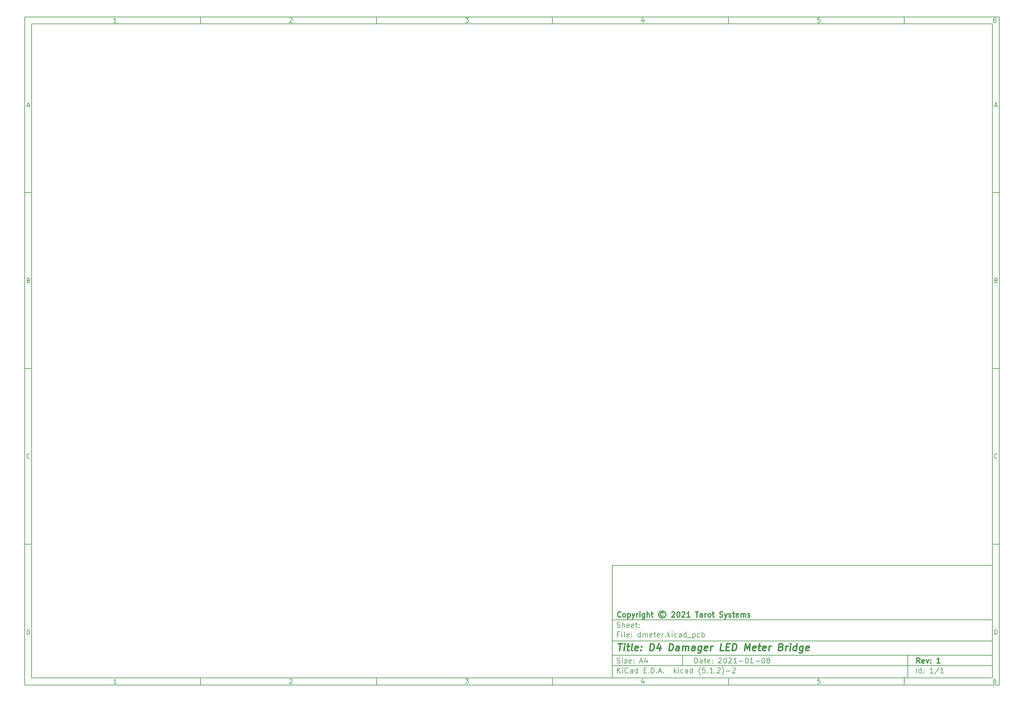
<source format=gbr>
G04 #@! TF.GenerationSoftware,KiCad,Pcbnew,(5.1.2)-2*
G04 #@! TF.CreationDate,2021-01-08T22:33:22+00:00*
G04 #@! TF.ProjectId,dmeter,646d6574-6572-42e6-9b69-6361645f7063,1*
G04 #@! TF.SameCoordinates,PX365c040PY7fcad80*
G04 #@! TF.FileFunction,Legend,Bot*
G04 #@! TF.FilePolarity,Positive*
%FSLAX46Y46*%
G04 Gerber Fmt 4.6, Leading zero omitted, Abs format (unit mm)*
G04 Created by KiCad (PCBNEW (5.1.2)-2) date 2021-01-08 22:33:22*
%MOMM*%
%LPD*%
G04 APERTURE LIST*
%ADD10C,0.100000*%
%ADD11C,0.150000*%
%ADD12C,0.300000*%
%ADD13C,0.400000*%
%ADD14C,1.542000*%
%ADD15C,1.702000*%
%ADD16O,1.702000X1.702000*%
%ADD17C,3.302000*%
%ADD18R,1.702000X2.502000*%
%ADD19O,1.702000X2.502000*%
%ADD20R,2.502000X1.702000*%
%ADD21O,2.502000X1.702000*%
%ADD22O,1.002000X1.602000*%
%ADD23R,1.002000X1.602000*%
%ADD24R,1.852000X1.852000*%
%ADD25C,1.852000*%
%ADD26R,1.902000X1.902000*%
%ADD27C,1.902000*%
%ADD28R,1.702000X1.702000*%
G04 APERTURE END LIST*
D10*
D11*
X120002200Y-32007200D02*
X120002200Y-64007200D01*
X228002200Y-64007200D01*
X228002200Y-32007200D01*
X120002200Y-32007200D01*
D10*
D11*
X-47000000Y124000000D02*
X-47000000Y-66007200D01*
X230002200Y-66007200D01*
X230002200Y124000000D01*
X-47000000Y124000000D01*
D10*
D11*
X-45000000Y122000000D02*
X-45000000Y-64007200D01*
X228002200Y-64007200D01*
X228002200Y122000000D01*
X-45000000Y122000000D01*
D10*
D11*
X3000000Y122000000D02*
X3000000Y124000000D01*
D10*
D11*
X53000000Y122000000D02*
X53000000Y124000000D01*
D10*
D11*
X103000000Y122000000D02*
X103000000Y124000000D01*
D10*
D11*
X153000000Y122000000D02*
X153000000Y124000000D01*
D10*
D11*
X203000000Y122000000D02*
X203000000Y124000000D01*
D10*
D11*
X-20934524Y122411905D02*
X-21677381Y122411905D01*
X-21305953Y122411905D02*
X-21305953Y123711905D01*
X-21429762Y123526191D01*
X-21553572Y123402381D01*
X-21677381Y123340477D01*
D10*
D11*
X28322619Y123588096D02*
X28384523Y123650000D01*
X28508333Y123711905D01*
X28817857Y123711905D01*
X28941666Y123650000D01*
X29003571Y123588096D01*
X29065476Y123464286D01*
X29065476Y123340477D01*
X29003571Y123154762D01*
X28260714Y122411905D01*
X29065476Y122411905D01*
D10*
D11*
X78260714Y123711905D02*
X79065476Y123711905D01*
X78632142Y123216667D01*
X78817857Y123216667D01*
X78941666Y123154762D01*
X79003571Y123092858D01*
X79065476Y122969048D01*
X79065476Y122659524D01*
X79003571Y122535715D01*
X78941666Y122473810D01*
X78817857Y122411905D01*
X78446428Y122411905D01*
X78322619Y122473810D01*
X78260714Y122535715D01*
D10*
D11*
X128941666Y123278572D02*
X128941666Y122411905D01*
X128632142Y123773810D02*
X128322619Y122845239D01*
X129127380Y122845239D01*
D10*
D11*
X179003571Y123711905D02*
X178384523Y123711905D01*
X178322619Y123092858D01*
X178384523Y123154762D01*
X178508333Y123216667D01*
X178817857Y123216667D01*
X178941666Y123154762D01*
X179003571Y123092858D01*
X179065476Y122969048D01*
X179065476Y122659524D01*
X179003571Y122535715D01*
X178941666Y122473810D01*
X178817857Y122411905D01*
X178508333Y122411905D01*
X178384523Y122473810D01*
X178322619Y122535715D01*
D10*
D11*
X228941666Y123711905D02*
X228694047Y123711905D01*
X228570238Y123650000D01*
X228508333Y123588096D01*
X228384523Y123402381D01*
X228322619Y123154762D01*
X228322619Y122659524D01*
X228384523Y122535715D01*
X228446428Y122473810D01*
X228570238Y122411905D01*
X228817857Y122411905D01*
X228941666Y122473810D01*
X229003571Y122535715D01*
X229065476Y122659524D01*
X229065476Y122969048D01*
X229003571Y123092858D01*
X228941666Y123154762D01*
X228817857Y123216667D01*
X228570238Y123216667D01*
X228446428Y123154762D01*
X228384523Y123092858D01*
X228322619Y122969048D01*
D10*
D11*
X3000000Y-64007200D02*
X3000000Y-66007200D01*
D10*
D11*
X53000000Y-64007200D02*
X53000000Y-66007200D01*
D10*
D11*
X103000000Y-64007200D02*
X103000000Y-66007200D01*
D10*
D11*
X153000000Y-64007200D02*
X153000000Y-66007200D01*
D10*
D11*
X203000000Y-64007200D02*
X203000000Y-66007200D01*
D10*
D11*
X-20934524Y-65595295D02*
X-21677381Y-65595295D01*
X-21305953Y-65595295D02*
X-21305953Y-64295295D01*
X-21429762Y-64481009D01*
X-21553572Y-64604819D01*
X-21677381Y-64666723D01*
D10*
D11*
X28322619Y-64419104D02*
X28384523Y-64357200D01*
X28508333Y-64295295D01*
X28817857Y-64295295D01*
X28941666Y-64357200D01*
X29003571Y-64419104D01*
X29065476Y-64542914D01*
X29065476Y-64666723D01*
X29003571Y-64852438D01*
X28260714Y-65595295D01*
X29065476Y-65595295D01*
D10*
D11*
X78260714Y-64295295D02*
X79065476Y-64295295D01*
X78632142Y-64790533D01*
X78817857Y-64790533D01*
X78941666Y-64852438D01*
X79003571Y-64914342D01*
X79065476Y-65038152D01*
X79065476Y-65347676D01*
X79003571Y-65471485D01*
X78941666Y-65533390D01*
X78817857Y-65595295D01*
X78446428Y-65595295D01*
X78322619Y-65533390D01*
X78260714Y-65471485D01*
D10*
D11*
X128941666Y-64728628D02*
X128941666Y-65595295D01*
X128632142Y-64233390D02*
X128322619Y-65161961D01*
X129127380Y-65161961D01*
D10*
D11*
X179003571Y-64295295D02*
X178384523Y-64295295D01*
X178322619Y-64914342D01*
X178384523Y-64852438D01*
X178508333Y-64790533D01*
X178817857Y-64790533D01*
X178941666Y-64852438D01*
X179003571Y-64914342D01*
X179065476Y-65038152D01*
X179065476Y-65347676D01*
X179003571Y-65471485D01*
X178941666Y-65533390D01*
X178817857Y-65595295D01*
X178508333Y-65595295D01*
X178384523Y-65533390D01*
X178322619Y-65471485D01*
D10*
D11*
X228941666Y-64295295D02*
X228694047Y-64295295D01*
X228570238Y-64357200D01*
X228508333Y-64419104D01*
X228384523Y-64604819D01*
X228322619Y-64852438D01*
X228322619Y-65347676D01*
X228384523Y-65471485D01*
X228446428Y-65533390D01*
X228570238Y-65595295D01*
X228817857Y-65595295D01*
X228941666Y-65533390D01*
X229003571Y-65471485D01*
X229065476Y-65347676D01*
X229065476Y-65038152D01*
X229003571Y-64914342D01*
X228941666Y-64852438D01*
X228817857Y-64790533D01*
X228570238Y-64790533D01*
X228446428Y-64852438D01*
X228384523Y-64914342D01*
X228322619Y-65038152D01*
D10*
D11*
X-47000000Y74000000D02*
X-45000000Y74000000D01*
D10*
D11*
X-47000000Y24000000D02*
X-45000000Y24000000D01*
D10*
D11*
X-47000000Y-26000000D02*
X-45000000Y-26000000D01*
D10*
D11*
X-46309524Y98783334D02*
X-45690477Y98783334D01*
X-46433334Y98411905D02*
X-46000000Y99711905D01*
X-45566667Y98411905D01*
D10*
D11*
X-45907143Y49092858D02*
X-45721429Y49030953D01*
X-45659524Y48969048D01*
X-45597620Y48845239D01*
X-45597620Y48659524D01*
X-45659524Y48535715D01*
X-45721429Y48473810D01*
X-45845239Y48411905D01*
X-46340477Y48411905D01*
X-46340477Y49711905D01*
X-45907143Y49711905D01*
X-45783334Y49650000D01*
X-45721429Y49588096D01*
X-45659524Y49464286D01*
X-45659524Y49340477D01*
X-45721429Y49216667D01*
X-45783334Y49154762D01*
X-45907143Y49092858D01*
X-46340477Y49092858D01*
D10*
D11*
X-45597620Y-1464285D02*
X-45659524Y-1526190D01*
X-45845239Y-1588095D01*
X-45969048Y-1588095D01*
X-46154762Y-1526190D01*
X-46278572Y-1402380D01*
X-46340477Y-1278571D01*
X-46402381Y-1030952D01*
X-46402381Y-845238D01*
X-46340477Y-597619D01*
X-46278572Y-473809D01*
X-46154762Y-350000D01*
X-45969048Y-288095D01*
X-45845239Y-288095D01*
X-45659524Y-350000D01*
X-45597620Y-411904D01*
D10*
D11*
X-46340477Y-51588095D02*
X-46340477Y-50288095D01*
X-46030953Y-50288095D01*
X-45845239Y-50350000D01*
X-45721429Y-50473809D01*
X-45659524Y-50597619D01*
X-45597620Y-50845238D01*
X-45597620Y-51030952D01*
X-45659524Y-51278571D01*
X-45721429Y-51402380D01*
X-45845239Y-51526190D01*
X-46030953Y-51588095D01*
X-46340477Y-51588095D01*
D10*
D11*
X230002200Y74000000D02*
X228002200Y74000000D01*
D10*
D11*
X230002200Y24000000D02*
X228002200Y24000000D01*
D10*
D11*
X230002200Y-26000000D02*
X228002200Y-26000000D01*
D10*
D11*
X228692676Y98783334D02*
X229311723Y98783334D01*
X228568866Y98411905D02*
X229002200Y99711905D01*
X229435533Y98411905D01*
D10*
D11*
X229095057Y49092858D02*
X229280771Y49030953D01*
X229342676Y48969048D01*
X229404580Y48845239D01*
X229404580Y48659524D01*
X229342676Y48535715D01*
X229280771Y48473810D01*
X229156961Y48411905D01*
X228661723Y48411905D01*
X228661723Y49711905D01*
X229095057Y49711905D01*
X229218866Y49650000D01*
X229280771Y49588096D01*
X229342676Y49464286D01*
X229342676Y49340477D01*
X229280771Y49216667D01*
X229218866Y49154762D01*
X229095057Y49092858D01*
X228661723Y49092858D01*
D10*
D11*
X229404580Y-1464285D02*
X229342676Y-1526190D01*
X229156961Y-1588095D01*
X229033152Y-1588095D01*
X228847438Y-1526190D01*
X228723628Y-1402380D01*
X228661723Y-1278571D01*
X228599819Y-1030952D01*
X228599819Y-845238D01*
X228661723Y-597619D01*
X228723628Y-473809D01*
X228847438Y-350000D01*
X229033152Y-288095D01*
X229156961Y-288095D01*
X229342676Y-350000D01*
X229404580Y-411904D01*
D10*
D11*
X228661723Y-51588095D02*
X228661723Y-50288095D01*
X228971247Y-50288095D01*
X229156961Y-50350000D01*
X229280771Y-50473809D01*
X229342676Y-50597619D01*
X229404580Y-50845238D01*
X229404580Y-51030952D01*
X229342676Y-51278571D01*
X229280771Y-51402380D01*
X229156961Y-51526190D01*
X228971247Y-51588095D01*
X228661723Y-51588095D01*
D10*
D11*
X143434342Y-59785771D02*
X143434342Y-58285771D01*
X143791485Y-58285771D01*
X144005771Y-58357200D01*
X144148628Y-58500057D01*
X144220057Y-58642914D01*
X144291485Y-58928628D01*
X144291485Y-59142914D01*
X144220057Y-59428628D01*
X144148628Y-59571485D01*
X144005771Y-59714342D01*
X143791485Y-59785771D01*
X143434342Y-59785771D01*
X145577200Y-59785771D02*
X145577200Y-59000057D01*
X145505771Y-58857200D01*
X145362914Y-58785771D01*
X145077200Y-58785771D01*
X144934342Y-58857200D01*
X145577200Y-59714342D02*
X145434342Y-59785771D01*
X145077200Y-59785771D01*
X144934342Y-59714342D01*
X144862914Y-59571485D01*
X144862914Y-59428628D01*
X144934342Y-59285771D01*
X145077200Y-59214342D01*
X145434342Y-59214342D01*
X145577200Y-59142914D01*
X146077200Y-58785771D02*
X146648628Y-58785771D01*
X146291485Y-58285771D02*
X146291485Y-59571485D01*
X146362914Y-59714342D01*
X146505771Y-59785771D01*
X146648628Y-59785771D01*
X147720057Y-59714342D02*
X147577200Y-59785771D01*
X147291485Y-59785771D01*
X147148628Y-59714342D01*
X147077200Y-59571485D01*
X147077200Y-59000057D01*
X147148628Y-58857200D01*
X147291485Y-58785771D01*
X147577200Y-58785771D01*
X147720057Y-58857200D01*
X147791485Y-59000057D01*
X147791485Y-59142914D01*
X147077200Y-59285771D01*
X148434342Y-59642914D02*
X148505771Y-59714342D01*
X148434342Y-59785771D01*
X148362914Y-59714342D01*
X148434342Y-59642914D01*
X148434342Y-59785771D01*
X148434342Y-58857200D02*
X148505771Y-58928628D01*
X148434342Y-59000057D01*
X148362914Y-58928628D01*
X148434342Y-58857200D01*
X148434342Y-59000057D01*
X150220057Y-58428628D02*
X150291485Y-58357200D01*
X150434342Y-58285771D01*
X150791485Y-58285771D01*
X150934342Y-58357200D01*
X151005771Y-58428628D01*
X151077200Y-58571485D01*
X151077200Y-58714342D01*
X151005771Y-58928628D01*
X150148628Y-59785771D01*
X151077200Y-59785771D01*
X152005771Y-58285771D02*
X152148628Y-58285771D01*
X152291485Y-58357200D01*
X152362914Y-58428628D01*
X152434342Y-58571485D01*
X152505771Y-58857200D01*
X152505771Y-59214342D01*
X152434342Y-59500057D01*
X152362914Y-59642914D01*
X152291485Y-59714342D01*
X152148628Y-59785771D01*
X152005771Y-59785771D01*
X151862914Y-59714342D01*
X151791485Y-59642914D01*
X151720057Y-59500057D01*
X151648628Y-59214342D01*
X151648628Y-58857200D01*
X151720057Y-58571485D01*
X151791485Y-58428628D01*
X151862914Y-58357200D01*
X152005771Y-58285771D01*
X153077200Y-58428628D02*
X153148628Y-58357200D01*
X153291485Y-58285771D01*
X153648628Y-58285771D01*
X153791485Y-58357200D01*
X153862914Y-58428628D01*
X153934342Y-58571485D01*
X153934342Y-58714342D01*
X153862914Y-58928628D01*
X153005771Y-59785771D01*
X153934342Y-59785771D01*
X155362914Y-59785771D02*
X154505771Y-59785771D01*
X154934342Y-59785771D02*
X154934342Y-58285771D01*
X154791485Y-58500057D01*
X154648628Y-58642914D01*
X154505771Y-58714342D01*
X156005771Y-59214342D02*
X157148628Y-59214342D01*
X158148628Y-58285771D02*
X158291485Y-58285771D01*
X158434342Y-58357200D01*
X158505771Y-58428628D01*
X158577200Y-58571485D01*
X158648628Y-58857200D01*
X158648628Y-59214342D01*
X158577200Y-59500057D01*
X158505771Y-59642914D01*
X158434342Y-59714342D01*
X158291485Y-59785771D01*
X158148628Y-59785771D01*
X158005771Y-59714342D01*
X157934342Y-59642914D01*
X157862914Y-59500057D01*
X157791485Y-59214342D01*
X157791485Y-58857200D01*
X157862914Y-58571485D01*
X157934342Y-58428628D01*
X158005771Y-58357200D01*
X158148628Y-58285771D01*
X160077200Y-59785771D02*
X159220057Y-59785771D01*
X159648628Y-59785771D02*
X159648628Y-58285771D01*
X159505771Y-58500057D01*
X159362914Y-58642914D01*
X159220057Y-58714342D01*
X160720057Y-59214342D02*
X161862914Y-59214342D01*
X162862914Y-58285771D02*
X163005771Y-58285771D01*
X163148628Y-58357200D01*
X163220057Y-58428628D01*
X163291485Y-58571485D01*
X163362914Y-58857200D01*
X163362914Y-59214342D01*
X163291485Y-59500057D01*
X163220057Y-59642914D01*
X163148628Y-59714342D01*
X163005771Y-59785771D01*
X162862914Y-59785771D01*
X162720057Y-59714342D01*
X162648628Y-59642914D01*
X162577200Y-59500057D01*
X162505771Y-59214342D01*
X162505771Y-58857200D01*
X162577200Y-58571485D01*
X162648628Y-58428628D01*
X162720057Y-58357200D01*
X162862914Y-58285771D01*
X164220057Y-58928628D02*
X164077200Y-58857200D01*
X164005771Y-58785771D01*
X163934342Y-58642914D01*
X163934342Y-58571485D01*
X164005771Y-58428628D01*
X164077200Y-58357200D01*
X164220057Y-58285771D01*
X164505771Y-58285771D01*
X164648628Y-58357200D01*
X164720057Y-58428628D01*
X164791485Y-58571485D01*
X164791485Y-58642914D01*
X164720057Y-58785771D01*
X164648628Y-58857200D01*
X164505771Y-58928628D01*
X164220057Y-58928628D01*
X164077200Y-59000057D01*
X164005771Y-59071485D01*
X163934342Y-59214342D01*
X163934342Y-59500057D01*
X164005771Y-59642914D01*
X164077200Y-59714342D01*
X164220057Y-59785771D01*
X164505771Y-59785771D01*
X164648628Y-59714342D01*
X164720057Y-59642914D01*
X164791485Y-59500057D01*
X164791485Y-59214342D01*
X164720057Y-59071485D01*
X164648628Y-59000057D01*
X164505771Y-58928628D01*
D10*
D11*
X120002200Y-60507200D02*
X228002200Y-60507200D01*
D10*
D11*
X121434342Y-62585771D02*
X121434342Y-61085771D01*
X122291485Y-62585771D02*
X121648628Y-61728628D01*
X122291485Y-61085771D02*
X121434342Y-61942914D01*
X122934342Y-62585771D02*
X122934342Y-61585771D01*
X122934342Y-61085771D02*
X122862914Y-61157200D01*
X122934342Y-61228628D01*
X123005771Y-61157200D01*
X122934342Y-61085771D01*
X122934342Y-61228628D01*
X124505771Y-62442914D02*
X124434342Y-62514342D01*
X124220057Y-62585771D01*
X124077200Y-62585771D01*
X123862914Y-62514342D01*
X123720057Y-62371485D01*
X123648628Y-62228628D01*
X123577200Y-61942914D01*
X123577200Y-61728628D01*
X123648628Y-61442914D01*
X123720057Y-61300057D01*
X123862914Y-61157200D01*
X124077200Y-61085771D01*
X124220057Y-61085771D01*
X124434342Y-61157200D01*
X124505771Y-61228628D01*
X125791485Y-62585771D02*
X125791485Y-61800057D01*
X125720057Y-61657200D01*
X125577200Y-61585771D01*
X125291485Y-61585771D01*
X125148628Y-61657200D01*
X125791485Y-62514342D02*
X125648628Y-62585771D01*
X125291485Y-62585771D01*
X125148628Y-62514342D01*
X125077200Y-62371485D01*
X125077200Y-62228628D01*
X125148628Y-62085771D01*
X125291485Y-62014342D01*
X125648628Y-62014342D01*
X125791485Y-61942914D01*
X127148628Y-62585771D02*
X127148628Y-61085771D01*
X127148628Y-62514342D02*
X127005771Y-62585771D01*
X126720057Y-62585771D01*
X126577200Y-62514342D01*
X126505771Y-62442914D01*
X126434342Y-62300057D01*
X126434342Y-61871485D01*
X126505771Y-61728628D01*
X126577200Y-61657200D01*
X126720057Y-61585771D01*
X127005771Y-61585771D01*
X127148628Y-61657200D01*
X129005771Y-61800057D02*
X129505771Y-61800057D01*
X129720057Y-62585771D02*
X129005771Y-62585771D01*
X129005771Y-61085771D01*
X129720057Y-61085771D01*
X130362914Y-62442914D02*
X130434342Y-62514342D01*
X130362914Y-62585771D01*
X130291485Y-62514342D01*
X130362914Y-62442914D01*
X130362914Y-62585771D01*
X131077200Y-62585771D02*
X131077200Y-61085771D01*
X131434342Y-61085771D01*
X131648628Y-61157200D01*
X131791485Y-61300057D01*
X131862914Y-61442914D01*
X131934342Y-61728628D01*
X131934342Y-61942914D01*
X131862914Y-62228628D01*
X131791485Y-62371485D01*
X131648628Y-62514342D01*
X131434342Y-62585771D01*
X131077200Y-62585771D01*
X132577200Y-62442914D02*
X132648628Y-62514342D01*
X132577200Y-62585771D01*
X132505771Y-62514342D01*
X132577200Y-62442914D01*
X132577200Y-62585771D01*
X133220057Y-62157200D02*
X133934342Y-62157200D01*
X133077200Y-62585771D02*
X133577200Y-61085771D01*
X134077200Y-62585771D01*
X134577200Y-62442914D02*
X134648628Y-62514342D01*
X134577200Y-62585771D01*
X134505771Y-62514342D01*
X134577200Y-62442914D01*
X134577200Y-62585771D01*
X137577200Y-62585771D02*
X137577200Y-61085771D01*
X137720057Y-62014342D02*
X138148628Y-62585771D01*
X138148628Y-61585771D02*
X137577200Y-62157200D01*
X138791485Y-62585771D02*
X138791485Y-61585771D01*
X138791485Y-61085771D02*
X138720057Y-61157200D01*
X138791485Y-61228628D01*
X138862914Y-61157200D01*
X138791485Y-61085771D01*
X138791485Y-61228628D01*
X140148628Y-62514342D02*
X140005771Y-62585771D01*
X139720057Y-62585771D01*
X139577200Y-62514342D01*
X139505771Y-62442914D01*
X139434342Y-62300057D01*
X139434342Y-61871485D01*
X139505771Y-61728628D01*
X139577200Y-61657200D01*
X139720057Y-61585771D01*
X140005771Y-61585771D01*
X140148628Y-61657200D01*
X141434342Y-62585771D02*
X141434342Y-61800057D01*
X141362914Y-61657200D01*
X141220057Y-61585771D01*
X140934342Y-61585771D01*
X140791485Y-61657200D01*
X141434342Y-62514342D02*
X141291485Y-62585771D01*
X140934342Y-62585771D01*
X140791485Y-62514342D01*
X140720057Y-62371485D01*
X140720057Y-62228628D01*
X140791485Y-62085771D01*
X140934342Y-62014342D01*
X141291485Y-62014342D01*
X141434342Y-61942914D01*
X142791485Y-62585771D02*
X142791485Y-61085771D01*
X142791485Y-62514342D02*
X142648628Y-62585771D01*
X142362914Y-62585771D01*
X142220057Y-62514342D01*
X142148628Y-62442914D01*
X142077200Y-62300057D01*
X142077200Y-61871485D01*
X142148628Y-61728628D01*
X142220057Y-61657200D01*
X142362914Y-61585771D01*
X142648628Y-61585771D01*
X142791485Y-61657200D01*
X145077200Y-63157200D02*
X145005771Y-63085771D01*
X144862914Y-62871485D01*
X144791485Y-62728628D01*
X144720057Y-62514342D01*
X144648628Y-62157200D01*
X144648628Y-61871485D01*
X144720057Y-61514342D01*
X144791485Y-61300057D01*
X144862914Y-61157200D01*
X145005771Y-60942914D01*
X145077200Y-60871485D01*
X146362914Y-61085771D02*
X145648628Y-61085771D01*
X145577200Y-61800057D01*
X145648628Y-61728628D01*
X145791485Y-61657200D01*
X146148628Y-61657200D01*
X146291485Y-61728628D01*
X146362914Y-61800057D01*
X146434342Y-61942914D01*
X146434342Y-62300057D01*
X146362914Y-62442914D01*
X146291485Y-62514342D01*
X146148628Y-62585771D01*
X145791485Y-62585771D01*
X145648628Y-62514342D01*
X145577200Y-62442914D01*
X147077200Y-62442914D02*
X147148628Y-62514342D01*
X147077200Y-62585771D01*
X147005771Y-62514342D01*
X147077200Y-62442914D01*
X147077200Y-62585771D01*
X148577200Y-62585771D02*
X147720057Y-62585771D01*
X148148628Y-62585771D02*
X148148628Y-61085771D01*
X148005771Y-61300057D01*
X147862914Y-61442914D01*
X147720057Y-61514342D01*
X149220057Y-62442914D02*
X149291485Y-62514342D01*
X149220057Y-62585771D01*
X149148628Y-62514342D01*
X149220057Y-62442914D01*
X149220057Y-62585771D01*
X149862914Y-61228628D02*
X149934342Y-61157200D01*
X150077200Y-61085771D01*
X150434342Y-61085771D01*
X150577200Y-61157200D01*
X150648628Y-61228628D01*
X150720057Y-61371485D01*
X150720057Y-61514342D01*
X150648628Y-61728628D01*
X149791485Y-62585771D01*
X150720057Y-62585771D01*
X151220057Y-63157200D02*
X151291485Y-63085771D01*
X151434342Y-62871485D01*
X151505771Y-62728628D01*
X151577200Y-62514342D01*
X151648628Y-62157200D01*
X151648628Y-61871485D01*
X151577200Y-61514342D01*
X151505771Y-61300057D01*
X151434342Y-61157200D01*
X151291485Y-60942914D01*
X151220057Y-60871485D01*
X152362914Y-62014342D02*
X153505771Y-62014342D01*
X154148628Y-61228628D02*
X154220057Y-61157200D01*
X154362914Y-61085771D01*
X154720057Y-61085771D01*
X154862914Y-61157200D01*
X154934342Y-61228628D01*
X155005771Y-61371485D01*
X155005771Y-61514342D01*
X154934342Y-61728628D01*
X154077200Y-62585771D01*
X155005771Y-62585771D01*
D10*
D11*
X120002200Y-57507200D02*
X228002200Y-57507200D01*
D10*
D12*
X207411485Y-59785771D02*
X206911485Y-59071485D01*
X206554342Y-59785771D02*
X206554342Y-58285771D01*
X207125771Y-58285771D01*
X207268628Y-58357200D01*
X207340057Y-58428628D01*
X207411485Y-58571485D01*
X207411485Y-58785771D01*
X207340057Y-58928628D01*
X207268628Y-59000057D01*
X207125771Y-59071485D01*
X206554342Y-59071485D01*
X208625771Y-59714342D02*
X208482914Y-59785771D01*
X208197200Y-59785771D01*
X208054342Y-59714342D01*
X207982914Y-59571485D01*
X207982914Y-59000057D01*
X208054342Y-58857200D01*
X208197200Y-58785771D01*
X208482914Y-58785771D01*
X208625771Y-58857200D01*
X208697200Y-59000057D01*
X208697200Y-59142914D01*
X207982914Y-59285771D01*
X209197200Y-58785771D02*
X209554342Y-59785771D01*
X209911485Y-58785771D01*
X210482914Y-59642914D02*
X210554342Y-59714342D01*
X210482914Y-59785771D01*
X210411485Y-59714342D01*
X210482914Y-59642914D01*
X210482914Y-59785771D01*
X210482914Y-58857200D02*
X210554342Y-58928628D01*
X210482914Y-59000057D01*
X210411485Y-58928628D01*
X210482914Y-58857200D01*
X210482914Y-59000057D01*
X213125771Y-59785771D02*
X212268628Y-59785771D01*
X212697200Y-59785771D02*
X212697200Y-58285771D01*
X212554342Y-58500057D01*
X212411485Y-58642914D01*
X212268628Y-58714342D01*
D10*
D11*
X121362914Y-59714342D02*
X121577200Y-59785771D01*
X121934342Y-59785771D01*
X122077200Y-59714342D01*
X122148628Y-59642914D01*
X122220057Y-59500057D01*
X122220057Y-59357200D01*
X122148628Y-59214342D01*
X122077200Y-59142914D01*
X121934342Y-59071485D01*
X121648628Y-59000057D01*
X121505771Y-58928628D01*
X121434342Y-58857200D01*
X121362914Y-58714342D01*
X121362914Y-58571485D01*
X121434342Y-58428628D01*
X121505771Y-58357200D01*
X121648628Y-58285771D01*
X122005771Y-58285771D01*
X122220057Y-58357200D01*
X122862914Y-59785771D02*
X122862914Y-58785771D01*
X122862914Y-58285771D02*
X122791485Y-58357200D01*
X122862914Y-58428628D01*
X122934342Y-58357200D01*
X122862914Y-58285771D01*
X122862914Y-58428628D01*
X123434342Y-58785771D02*
X124220057Y-58785771D01*
X123434342Y-59785771D01*
X124220057Y-59785771D01*
X125362914Y-59714342D02*
X125220057Y-59785771D01*
X124934342Y-59785771D01*
X124791485Y-59714342D01*
X124720057Y-59571485D01*
X124720057Y-59000057D01*
X124791485Y-58857200D01*
X124934342Y-58785771D01*
X125220057Y-58785771D01*
X125362914Y-58857200D01*
X125434342Y-59000057D01*
X125434342Y-59142914D01*
X124720057Y-59285771D01*
X126077200Y-59642914D02*
X126148628Y-59714342D01*
X126077200Y-59785771D01*
X126005771Y-59714342D01*
X126077200Y-59642914D01*
X126077200Y-59785771D01*
X126077200Y-58857200D02*
X126148628Y-58928628D01*
X126077200Y-59000057D01*
X126005771Y-58928628D01*
X126077200Y-58857200D01*
X126077200Y-59000057D01*
X127862914Y-59357200D02*
X128577200Y-59357200D01*
X127720057Y-59785771D02*
X128220057Y-58285771D01*
X128720057Y-59785771D01*
X129862914Y-58785771D02*
X129862914Y-59785771D01*
X129505771Y-58214342D02*
X129148628Y-59285771D01*
X130077200Y-59285771D01*
D10*
D11*
X206434342Y-62585771D02*
X206434342Y-61085771D01*
X207791485Y-62585771D02*
X207791485Y-61085771D01*
X207791485Y-62514342D02*
X207648628Y-62585771D01*
X207362914Y-62585771D01*
X207220057Y-62514342D01*
X207148628Y-62442914D01*
X207077200Y-62300057D01*
X207077200Y-61871485D01*
X207148628Y-61728628D01*
X207220057Y-61657200D01*
X207362914Y-61585771D01*
X207648628Y-61585771D01*
X207791485Y-61657200D01*
X208505771Y-62442914D02*
X208577200Y-62514342D01*
X208505771Y-62585771D01*
X208434342Y-62514342D01*
X208505771Y-62442914D01*
X208505771Y-62585771D01*
X208505771Y-61657200D02*
X208577200Y-61728628D01*
X208505771Y-61800057D01*
X208434342Y-61728628D01*
X208505771Y-61657200D01*
X208505771Y-61800057D01*
X211148628Y-62585771D02*
X210291485Y-62585771D01*
X210720057Y-62585771D02*
X210720057Y-61085771D01*
X210577200Y-61300057D01*
X210434342Y-61442914D01*
X210291485Y-61514342D01*
X212862914Y-61014342D02*
X211577200Y-62942914D01*
X214148628Y-62585771D02*
X213291485Y-62585771D01*
X213720057Y-62585771D02*
X213720057Y-61085771D01*
X213577200Y-61300057D01*
X213434342Y-61442914D01*
X213291485Y-61514342D01*
D10*
D11*
X120002200Y-53507200D02*
X228002200Y-53507200D01*
D10*
D13*
X121714580Y-54211961D02*
X122857438Y-54211961D01*
X122036009Y-56211961D02*
X122286009Y-54211961D01*
X123274104Y-56211961D02*
X123440771Y-54878628D01*
X123524104Y-54211961D02*
X123416961Y-54307200D01*
X123500295Y-54402438D01*
X123607438Y-54307200D01*
X123524104Y-54211961D01*
X123500295Y-54402438D01*
X124107438Y-54878628D02*
X124869342Y-54878628D01*
X124476485Y-54211961D02*
X124262200Y-55926247D01*
X124333628Y-56116723D01*
X124512200Y-56211961D01*
X124702676Y-56211961D01*
X125655057Y-56211961D02*
X125476485Y-56116723D01*
X125405057Y-55926247D01*
X125619342Y-54211961D01*
X127190771Y-56116723D02*
X126988390Y-56211961D01*
X126607438Y-56211961D01*
X126428866Y-56116723D01*
X126357438Y-55926247D01*
X126452676Y-55164342D01*
X126571723Y-54973866D01*
X126774104Y-54878628D01*
X127155057Y-54878628D01*
X127333628Y-54973866D01*
X127405057Y-55164342D01*
X127381247Y-55354819D01*
X126405057Y-55545295D01*
X128155057Y-56021485D02*
X128238390Y-56116723D01*
X128131247Y-56211961D01*
X128047914Y-56116723D01*
X128155057Y-56021485D01*
X128131247Y-56211961D01*
X128286009Y-54973866D02*
X128369342Y-55069104D01*
X128262200Y-55164342D01*
X128178866Y-55069104D01*
X128286009Y-54973866D01*
X128262200Y-55164342D01*
X130607438Y-56211961D02*
X130857438Y-54211961D01*
X131333628Y-54211961D01*
X131607438Y-54307200D01*
X131774104Y-54497676D01*
X131845533Y-54688152D01*
X131893152Y-55069104D01*
X131857438Y-55354819D01*
X131714580Y-55735771D01*
X131595533Y-55926247D01*
X131381247Y-56116723D01*
X131083628Y-56211961D01*
X130607438Y-56211961D01*
X133631247Y-54878628D02*
X133464580Y-56211961D01*
X133250295Y-54116723D02*
X132595533Y-55545295D01*
X133833628Y-55545295D01*
X136036009Y-56211961D02*
X136286009Y-54211961D01*
X136762200Y-54211961D01*
X137036009Y-54307200D01*
X137202676Y-54497676D01*
X137274104Y-54688152D01*
X137321723Y-55069104D01*
X137286009Y-55354819D01*
X137143152Y-55735771D01*
X137024104Y-55926247D01*
X136809819Y-56116723D01*
X136512200Y-56211961D01*
X136036009Y-56211961D01*
X138893152Y-56211961D02*
X139024104Y-55164342D01*
X138952676Y-54973866D01*
X138774104Y-54878628D01*
X138393152Y-54878628D01*
X138190771Y-54973866D01*
X138905057Y-56116723D02*
X138702676Y-56211961D01*
X138226485Y-56211961D01*
X138047914Y-56116723D01*
X137976485Y-55926247D01*
X138000295Y-55735771D01*
X138119342Y-55545295D01*
X138321723Y-55450057D01*
X138797914Y-55450057D01*
X139000295Y-55354819D01*
X139845533Y-56211961D02*
X140012200Y-54878628D01*
X139988390Y-55069104D02*
X140095533Y-54973866D01*
X140297914Y-54878628D01*
X140583628Y-54878628D01*
X140762200Y-54973866D01*
X140833628Y-55164342D01*
X140702676Y-56211961D01*
X140833628Y-55164342D02*
X140952676Y-54973866D01*
X141155057Y-54878628D01*
X141440771Y-54878628D01*
X141619342Y-54973866D01*
X141690771Y-55164342D01*
X141559819Y-56211961D01*
X143369342Y-56211961D02*
X143500295Y-55164342D01*
X143428866Y-54973866D01*
X143250295Y-54878628D01*
X142869342Y-54878628D01*
X142666961Y-54973866D01*
X143381247Y-56116723D02*
X143178866Y-56211961D01*
X142702676Y-56211961D01*
X142524104Y-56116723D01*
X142452676Y-55926247D01*
X142476485Y-55735771D01*
X142595533Y-55545295D01*
X142797914Y-55450057D01*
X143274104Y-55450057D01*
X143476485Y-55354819D01*
X145345533Y-54878628D02*
X145143152Y-56497676D01*
X145024104Y-56688152D01*
X144916961Y-56783390D01*
X144714580Y-56878628D01*
X144428866Y-56878628D01*
X144250295Y-56783390D01*
X145190771Y-56116723D02*
X144988390Y-56211961D01*
X144607438Y-56211961D01*
X144428866Y-56116723D01*
X144345533Y-56021485D01*
X144274104Y-55831009D01*
X144345533Y-55259580D01*
X144464580Y-55069104D01*
X144571723Y-54973866D01*
X144774104Y-54878628D01*
X145155057Y-54878628D01*
X145333628Y-54973866D01*
X146905057Y-56116723D02*
X146702676Y-56211961D01*
X146321723Y-56211961D01*
X146143152Y-56116723D01*
X146071723Y-55926247D01*
X146166961Y-55164342D01*
X146286009Y-54973866D01*
X146488390Y-54878628D01*
X146869342Y-54878628D01*
X147047914Y-54973866D01*
X147119342Y-55164342D01*
X147095533Y-55354819D01*
X146119342Y-55545295D01*
X147845533Y-56211961D02*
X148012200Y-54878628D01*
X147964580Y-55259580D02*
X148083628Y-55069104D01*
X148190771Y-54973866D01*
X148393152Y-54878628D01*
X148583628Y-54878628D01*
X151559819Y-56211961D02*
X150607438Y-56211961D01*
X150857438Y-54211961D01*
X152357438Y-55164342D02*
X153024104Y-55164342D01*
X153178866Y-56211961D02*
X152226485Y-56211961D01*
X152476485Y-54211961D01*
X153428866Y-54211961D01*
X154036009Y-56211961D02*
X154286009Y-54211961D01*
X154762200Y-54211961D01*
X155036009Y-54307200D01*
X155202676Y-54497676D01*
X155274104Y-54688152D01*
X155321723Y-55069104D01*
X155286009Y-55354819D01*
X155143152Y-55735771D01*
X155024104Y-55926247D01*
X154809819Y-56116723D01*
X154512200Y-56211961D01*
X154036009Y-56211961D01*
X157559819Y-56211961D02*
X157809819Y-54211961D01*
X158297914Y-55640533D01*
X159143152Y-54211961D01*
X158893152Y-56211961D01*
X160619342Y-56116723D02*
X160416961Y-56211961D01*
X160036009Y-56211961D01*
X159857438Y-56116723D01*
X159786009Y-55926247D01*
X159881247Y-55164342D01*
X160000295Y-54973866D01*
X160202676Y-54878628D01*
X160583628Y-54878628D01*
X160762200Y-54973866D01*
X160833628Y-55164342D01*
X160809819Y-55354819D01*
X159833628Y-55545295D01*
X161440771Y-54878628D02*
X162202676Y-54878628D01*
X161809819Y-54211961D02*
X161595533Y-55926247D01*
X161666961Y-56116723D01*
X161845533Y-56211961D01*
X162036009Y-56211961D01*
X163476485Y-56116723D02*
X163274104Y-56211961D01*
X162893152Y-56211961D01*
X162714580Y-56116723D01*
X162643152Y-55926247D01*
X162738390Y-55164342D01*
X162857438Y-54973866D01*
X163059819Y-54878628D01*
X163440771Y-54878628D01*
X163619342Y-54973866D01*
X163690771Y-55164342D01*
X163666961Y-55354819D01*
X162690771Y-55545295D01*
X164416961Y-56211961D02*
X164583628Y-54878628D01*
X164536009Y-55259580D02*
X164655057Y-55069104D01*
X164762200Y-54973866D01*
X164964580Y-54878628D01*
X165155057Y-54878628D01*
X167976485Y-55164342D02*
X168250295Y-55259580D01*
X168333628Y-55354819D01*
X168405057Y-55545295D01*
X168369342Y-55831009D01*
X168250295Y-56021485D01*
X168143152Y-56116723D01*
X167940771Y-56211961D01*
X167178866Y-56211961D01*
X167428866Y-54211961D01*
X168095533Y-54211961D01*
X168274104Y-54307200D01*
X168357438Y-54402438D01*
X168428866Y-54592914D01*
X168405057Y-54783390D01*
X168286009Y-54973866D01*
X168178866Y-55069104D01*
X167976485Y-55164342D01*
X167309819Y-55164342D01*
X169178866Y-56211961D02*
X169345533Y-54878628D01*
X169297914Y-55259580D02*
X169416961Y-55069104D01*
X169524104Y-54973866D01*
X169726485Y-54878628D01*
X169916961Y-54878628D01*
X170416961Y-56211961D02*
X170583628Y-54878628D01*
X170666961Y-54211961D02*
X170559819Y-54307200D01*
X170643152Y-54402438D01*
X170750295Y-54307200D01*
X170666961Y-54211961D01*
X170643152Y-54402438D01*
X172226485Y-56211961D02*
X172476485Y-54211961D01*
X172238390Y-56116723D02*
X172036009Y-56211961D01*
X171655057Y-56211961D01*
X171476485Y-56116723D01*
X171393152Y-56021485D01*
X171321723Y-55831009D01*
X171393152Y-55259580D01*
X171512200Y-55069104D01*
X171619342Y-54973866D01*
X171821723Y-54878628D01*
X172202676Y-54878628D01*
X172381247Y-54973866D01*
X174202676Y-54878628D02*
X174000295Y-56497676D01*
X173881247Y-56688152D01*
X173774104Y-56783390D01*
X173571723Y-56878628D01*
X173286009Y-56878628D01*
X173107438Y-56783390D01*
X174047914Y-56116723D02*
X173845533Y-56211961D01*
X173464580Y-56211961D01*
X173286009Y-56116723D01*
X173202676Y-56021485D01*
X173131247Y-55831009D01*
X173202676Y-55259580D01*
X173321723Y-55069104D01*
X173428866Y-54973866D01*
X173631247Y-54878628D01*
X174012200Y-54878628D01*
X174190771Y-54973866D01*
X175762200Y-56116723D02*
X175559819Y-56211961D01*
X175178866Y-56211961D01*
X175000295Y-56116723D01*
X174928866Y-55926247D01*
X175024104Y-55164342D01*
X175143152Y-54973866D01*
X175345533Y-54878628D01*
X175726485Y-54878628D01*
X175905057Y-54973866D01*
X175976485Y-55164342D01*
X175952676Y-55354819D01*
X174976485Y-55545295D01*
D10*
D11*
X121934342Y-51600057D02*
X121434342Y-51600057D01*
X121434342Y-52385771D02*
X121434342Y-50885771D01*
X122148628Y-50885771D01*
X122720057Y-52385771D02*
X122720057Y-51385771D01*
X122720057Y-50885771D02*
X122648628Y-50957200D01*
X122720057Y-51028628D01*
X122791485Y-50957200D01*
X122720057Y-50885771D01*
X122720057Y-51028628D01*
X123648628Y-52385771D02*
X123505771Y-52314342D01*
X123434342Y-52171485D01*
X123434342Y-50885771D01*
X124791485Y-52314342D02*
X124648628Y-52385771D01*
X124362914Y-52385771D01*
X124220057Y-52314342D01*
X124148628Y-52171485D01*
X124148628Y-51600057D01*
X124220057Y-51457200D01*
X124362914Y-51385771D01*
X124648628Y-51385771D01*
X124791485Y-51457200D01*
X124862914Y-51600057D01*
X124862914Y-51742914D01*
X124148628Y-51885771D01*
X125505771Y-52242914D02*
X125577200Y-52314342D01*
X125505771Y-52385771D01*
X125434342Y-52314342D01*
X125505771Y-52242914D01*
X125505771Y-52385771D01*
X125505771Y-51457200D02*
X125577200Y-51528628D01*
X125505771Y-51600057D01*
X125434342Y-51528628D01*
X125505771Y-51457200D01*
X125505771Y-51600057D01*
X128005771Y-52385771D02*
X128005771Y-50885771D01*
X128005771Y-52314342D02*
X127862914Y-52385771D01*
X127577200Y-52385771D01*
X127434342Y-52314342D01*
X127362914Y-52242914D01*
X127291485Y-52100057D01*
X127291485Y-51671485D01*
X127362914Y-51528628D01*
X127434342Y-51457200D01*
X127577200Y-51385771D01*
X127862914Y-51385771D01*
X128005771Y-51457200D01*
X128720057Y-52385771D02*
X128720057Y-51385771D01*
X128720057Y-51528628D02*
X128791485Y-51457200D01*
X128934342Y-51385771D01*
X129148628Y-51385771D01*
X129291485Y-51457200D01*
X129362914Y-51600057D01*
X129362914Y-52385771D01*
X129362914Y-51600057D02*
X129434342Y-51457200D01*
X129577200Y-51385771D01*
X129791485Y-51385771D01*
X129934342Y-51457200D01*
X130005771Y-51600057D01*
X130005771Y-52385771D01*
X131291485Y-52314342D02*
X131148628Y-52385771D01*
X130862914Y-52385771D01*
X130720057Y-52314342D01*
X130648628Y-52171485D01*
X130648628Y-51600057D01*
X130720057Y-51457200D01*
X130862914Y-51385771D01*
X131148628Y-51385771D01*
X131291485Y-51457200D01*
X131362914Y-51600057D01*
X131362914Y-51742914D01*
X130648628Y-51885771D01*
X131791485Y-51385771D02*
X132362914Y-51385771D01*
X132005771Y-50885771D02*
X132005771Y-52171485D01*
X132077200Y-52314342D01*
X132220057Y-52385771D01*
X132362914Y-52385771D01*
X133434342Y-52314342D02*
X133291485Y-52385771D01*
X133005771Y-52385771D01*
X132862914Y-52314342D01*
X132791485Y-52171485D01*
X132791485Y-51600057D01*
X132862914Y-51457200D01*
X133005771Y-51385771D01*
X133291485Y-51385771D01*
X133434342Y-51457200D01*
X133505771Y-51600057D01*
X133505771Y-51742914D01*
X132791485Y-51885771D01*
X134148628Y-52385771D02*
X134148628Y-51385771D01*
X134148628Y-51671485D02*
X134220057Y-51528628D01*
X134291485Y-51457200D01*
X134434342Y-51385771D01*
X134577200Y-51385771D01*
X135077200Y-52242914D02*
X135148628Y-52314342D01*
X135077200Y-52385771D01*
X135005771Y-52314342D01*
X135077200Y-52242914D01*
X135077200Y-52385771D01*
X135791485Y-52385771D02*
X135791485Y-50885771D01*
X135934342Y-51814342D02*
X136362914Y-52385771D01*
X136362914Y-51385771D02*
X135791485Y-51957200D01*
X137005771Y-52385771D02*
X137005771Y-51385771D01*
X137005771Y-50885771D02*
X136934342Y-50957200D01*
X137005771Y-51028628D01*
X137077200Y-50957200D01*
X137005771Y-50885771D01*
X137005771Y-51028628D01*
X138362914Y-52314342D02*
X138220057Y-52385771D01*
X137934342Y-52385771D01*
X137791485Y-52314342D01*
X137720057Y-52242914D01*
X137648628Y-52100057D01*
X137648628Y-51671485D01*
X137720057Y-51528628D01*
X137791485Y-51457200D01*
X137934342Y-51385771D01*
X138220057Y-51385771D01*
X138362914Y-51457200D01*
X139648628Y-52385771D02*
X139648628Y-51600057D01*
X139577200Y-51457200D01*
X139434342Y-51385771D01*
X139148628Y-51385771D01*
X139005771Y-51457200D01*
X139648628Y-52314342D02*
X139505771Y-52385771D01*
X139148628Y-52385771D01*
X139005771Y-52314342D01*
X138934342Y-52171485D01*
X138934342Y-52028628D01*
X139005771Y-51885771D01*
X139148628Y-51814342D01*
X139505771Y-51814342D01*
X139648628Y-51742914D01*
X141005771Y-52385771D02*
X141005771Y-50885771D01*
X141005771Y-52314342D02*
X140862914Y-52385771D01*
X140577200Y-52385771D01*
X140434342Y-52314342D01*
X140362914Y-52242914D01*
X140291485Y-52100057D01*
X140291485Y-51671485D01*
X140362914Y-51528628D01*
X140434342Y-51457200D01*
X140577200Y-51385771D01*
X140862914Y-51385771D01*
X141005771Y-51457200D01*
X141362914Y-52528628D02*
X142505771Y-52528628D01*
X142862914Y-51385771D02*
X142862914Y-52885771D01*
X142862914Y-51457200D02*
X143005771Y-51385771D01*
X143291485Y-51385771D01*
X143434342Y-51457200D01*
X143505771Y-51528628D01*
X143577200Y-51671485D01*
X143577200Y-52100057D01*
X143505771Y-52242914D01*
X143434342Y-52314342D01*
X143291485Y-52385771D01*
X143005771Y-52385771D01*
X142862914Y-52314342D01*
X144862914Y-52314342D02*
X144720057Y-52385771D01*
X144434342Y-52385771D01*
X144291485Y-52314342D01*
X144220057Y-52242914D01*
X144148628Y-52100057D01*
X144148628Y-51671485D01*
X144220057Y-51528628D01*
X144291485Y-51457200D01*
X144434342Y-51385771D01*
X144720057Y-51385771D01*
X144862914Y-51457200D01*
X145505771Y-52385771D02*
X145505771Y-50885771D01*
X145505771Y-51457200D02*
X145648628Y-51385771D01*
X145934342Y-51385771D01*
X146077200Y-51457200D01*
X146148628Y-51528628D01*
X146220057Y-51671485D01*
X146220057Y-52100057D01*
X146148628Y-52242914D01*
X146077200Y-52314342D01*
X145934342Y-52385771D01*
X145648628Y-52385771D01*
X145505771Y-52314342D01*
D10*
D11*
X120002200Y-47507200D02*
X228002200Y-47507200D01*
D10*
D11*
X121362914Y-49614342D02*
X121577200Y-49685771D01*
X121934342Y-49685771D01*
X122077200Y-49614342D01*
X122148628Y-49542914D01*
X122220057Y-49400057D01*
X122220057Y-49257200D01*
X122148628Y-49114342D01*
X122077200Y-49042914D01*
X121934342Y-48971485D01*
X121648628Y-48900057D01*
X121505771Y-48828628D01*
X121434342Y-48757200D01*
X121362914Y-48614342D01*
X121362914Y-48471485D01*
X121434342Y-48328628D01*
X121505771Y-48257200D01*
X121648628Y-48185771D01*
X122005771Y-48185771D01*
X122220057Y-48257200D01*
X122862914Y-49685771D02*
X122862914Y-48185771D01*
X123505771Y-49685771D02*
X123505771Y-48900057D01*
X123434342Y-48757200D01*
X123291485Y-48685771D01*
X123077200Y-48685771D01*
X122934342Y-48757200D01*
X122862914Y-48828628D01*
X124791485Y-49614342D02*
X124648628Y-49685771D01*
X124362914Y-49685771D01*
X124220057Y-49614342D01*
X124148628Y-49471485D01*
X124148628Y-48900057D01*
X124220057Y-48757200D01*
X124362914Y-48685771D01*
X124648628Y-48685771D01*
X124791485Y-48757200D01*
X124862914Y-48900057D01*
X124862914Y-49042914D01*
X124148628Y-49185771D01*
X126077200Y-49614342D02*
X125934342Y-49685771D01*
X125648628Y-49685771D01*
X125505771Y-49614342D01*
X125434342Y-49471485D01*
X125434342Y-48900057D01*
X125505771Y-48757200D01*
X125648628Y-48685771D01*
X125934342Y-48685771D01*
X126077200Y-48757200D01*
X126148628Y-48900057D01*
X126148628Y-49042914D01*
X125434342Y-49185771D01*
X126577200Y-48685771D02*
X127148628Y-48685771D01*
X126791485Y-48185771D02*
X126791485Y-49471485D01*
X126862914Y-49614342D01*
X127005771Y-49685771D01*
X127148628Y-49685771D01*
X127648628Y-49542914D02*
X127720057Y-49614342D01*
X127648628Y-49685771D01*
X127577200Y-49614342D01*
X127648628Y-49542914D01*
X127648628Y-49685771D01*
X127648628Y-48757200D02*
X127720057Y-48828628D01*
X127648628Y-48900057D01*
X127577200Y-48828628D01*
X127648628Y-48757200D01*
X127648628Y-48900057D01*
D10*
D12*
X122411485Y-46542914D02*
X122340057Y-46614342D01*
X122125771Y-46685771D01*
X121982914Y-46685771D01*
X121768628Y-46614342D01*
X121625771Y-46471485D01*
X121554342Y-46328628D01*
X121482914Y-46042914D01*
X121482914Y-45828628D01*
X121554342Y-45542914D01*
X121625771Y-45400057D01*
X121768628Y-45257200D01*
X121982914Y-45185771D01*
X122125771Y-45185771D01*
X122340057Y-45257200D01*
X122411485Y-45328628D01*
X123268628Y-46685771D02*
X123125771Y-46614342D01*
X123054342Y-46542914D01*
X122982914Y-46400057D01*
X122982914Y-45971485D01*
X123054342Y-45828628D01*
X123125771Y-45757200D01*
X123268628Y-45685771D01*
X123482914Y-45685771D01*
X123625771Y-45757200D01*
X123697200Y-45828628D01*
X123768628Y-45971485D01*
X123768628Y-46400057D01*
X123697200Y-46542914D01*
X123625771Y-46614342D01*
X123482914Y-46685771D01*
X123268628Y-46685771D01*
X124411485Y-45685771D02*
X124411485Y-47185771D01*
X124411485Y-45757200D02*
X124554342Y-45685771D01*
X124840057Y-45685771D01*
X124982914Y-45757200D01*
X125054342Y-45828628D01*
X125125771Y-45971485D01*
X125125771Y-46400057D01*
X125054342Y-46542914D01*
X124982914Y-46614342D01*
X124840057Y-46685771D01*
X124554342Y-46685771D01*
X124411485Y-46614342D01*
X125625771Y-45685771D02*
X125982914Y-46685771D01*
X126340057Y-45685771D02*
X125982914Y-46685771D01*
X125840057Y-47042914D01*
X125768628Y-47114342D01*
X125625771Y-47185771D01*
X126911485Y-46685771D02*
X126911485Y-45685771D01*
X126911485Y-45971485D02*
X126982914Y-45828628D01*
X127054342Y-45757200D01*
X127197200Y-45685771D01*
X127340057Y-45685771D01*
X127840057Y-46685771D02*
X127840057Y-45685771D01*
X127840057Y-45185771D02*
X127768628Y-45257200D01*
X127840057Y-45328628D01*
X127911485Y-45257200D01*
X127840057Y-45185771D01*
X127840057Y-45328628D01*
X129197200Y-45685771D02*
X129197200Y-46900057D01*
X129125771Y-47042914D01*
X129054342Y-47114342D01*
X128911485Y-47185771D01*
X128697200Y-47185771D01*
X128554342Y-47114342D01*
X129197200Y-46614342D02*
X129054342Y-46685771D01*
X128768628Y-46685771D01*
X128625771Y-46614342D01*
X128554342Y-46542914D01*
X128482914Y-46400057D01*
X128482914Y-45971485D01*
X128554342Y-45828628D01*
X128625771Y-45757200D01*
X128768628Y-45685771D01*
X129054342Y-45685771D01*
X129197200Y-45757200D01*
X129911485Y-46685771D02*
X129911485Y-45185771D01*
X130554342Y-46685771D02*
X130554342Y-45900057D01*
X130482914Y-45757200D01*
X130340057Y-45685771D01*
X130125771Y-45685771D01*
X129982914Y-45757200D01*
X129911485Y-45828628D01*
X131054342Y-45685771D02*
X131625771Y-45685771D01*
X131268628Y-45185771D02*
X131268628Y-46471485D01*
X131340057Y-46614342D01*
X131482914Y-46685771D01*
X131625771Y-46685771D01*
X134482914Y-45542914D02*
X134340057Y-45471485D01*
X134054342Y-45471485D01*
X133911485Y-45542914D01*
X133768628Y-45685771D01*
X133697200Y-45828628D01*
X133697200Y-46114342D01*
X133768628Y-46257200D01*
X133911485Y-46400057D01*
X134054342Y-46471485D01*
X134340057Y-46471485D01*
X134482914Y-46400057D01*
X134197200Y-44971485D02*
X133840057Y-45042914D01*
X133482914Y-45257200D01*
X133268628Y-45614342D01*
X133197200Y-45971485D01*
X133268628Y-46328628D01*
X133482914Y-46685771D01*
X133840057Y-46900057D01*
X134197200Y-46971485D01*
X134554342Y-46900057D01*
X134911485Y-46685771D01*
X135125771Y-46328628D01*
X135197200Y-45971485D01*
X135125771Y-45614342D01*
X134911485Y-45257200D01*
X134554342Y-45042914D01*
X134197200Y-44971485D01*
X136911485Y-45328628D02*
X136982914Y-45257200D01*
X137125771Y-45185771D01*
X137482914Y-45185771D01*
X137625771Y-45257200D01*
X137697200Y-45328628D01*
X137768628Y-45471485D01*
X137768628Y-45614342D01*
X137697200Y-45828628D01*
X136840057Y-46685771D01*
X137768628Y-46685771D01*
X138697200Y-45185771D02*
X138840057Y-45185771D01*
X138982914Y-45257200D01*
X139054342Y-45328628D01*
X139125771Y-45471485D01*
X139197200Y-45757200D01*
X139197200Y-46114342D01*
X139125771Y-46400057D01*
X139054342Y-46542914D01*
X138982914Y-46614342D01*
X138840057Y-46685771D01*
X138697200Y-46685771D01*
X138554342Y-46614342D01*
X138482914Y-46542914D01*
X138411485Y-46400057D01*
X138340057Y-46114342D01*
X138340057Y-45757200D01*
X138411485Y-45471485D01*
X138482914Y-45328628D01*
X138554342Y-45257200D01*
X138697200Y-45185771D01*
X139768628Y-45328628D02*
X139840057Y-45257200D01*
X139982914Y-45185771D01*
X140340057Y-45185771D01*
X140482914Y-45257200D01*
X140554342Y-45328628D01*
X140625771Y-45471485D01*
X140625771Y-45614342D01*
X140554342Y-45828628D01*
X139697200Y-46685771D01*
X140625771Y-46685771D01*
X142054342Y-46685771D02*
X141197200Y-46685771D01*
X141625771Y-46685771D02*
X141625771Y-45185771D01*
X141482914Y-45400057D01*
X141340057Y-45542914D01*
X141197200Y-45614342D01*
X143625771Y-45185771D02*
X144482914Y-45185771D01*
X144054342Y-46685771D02*
X144054342Y-45185771D01*
X145625771Y-46685771D02*
X145625771Y-45900057D01*
X145554342Y-45757200D01*
X145411485Y-45685771D01*
X145125771Y-45685771D01*
X144982914Y-45757200D01*
X145625771Y-46614342D02*
X145482914Y-46685771D01*
X145125771Y-46685771D01*
X144982914Y-46614342D01*
X144911485Y-46471485D01*
X144911485Y-46328628D01*
X144982914Y-46185771D01*
X145125771Y-46114342D01*
X145482914Y-46114342D01*
X145625771Y-46042914D01*
X146340057Y-46685771D02*
X146340057Y-45685771D01*
X146340057Y-45971485D02*
X146411485Y-45828628D01*
X146482914Y-45757200D01*
X146625771Y-45685771D01*
X146768628Y-45685771D01*
X147482914Y-46685771D02*
X147340057Y-46614342D01*
X147268628Y-46542914D01*
X147197200Y-46400057D01*
X147197200Y-45971485D01*
X147268628Y-45828628D01*
X147340057Y-45757200D01*
X147482914Y-45685771D01*
X147697200Y-45685771D01*
X147840057Y-45757200D01*
X147911485Y-45828628D01*
X147982914Y-45971485D01*
X147982914Y-46400057D01*
X147911485Y-46542914D01*
X147840057Y-46614342D01*
X147697200Y-46685771D01*
X147482914Y-46685771D01*
X148411485Y-45685771D02*
X148982914Y-45685771D01*
X148625771Y-45185771D02*
X148625771Y-46471485D01*
X148697200Y-46614342D01*
X148840057Y-46685771D01*
X148982914Y-46685771D01*
X150554342Y-46614342D02*
X150768628Y-46685771D01*
X151125771Y-46685771D01*
X151268628Y-46614342D01*
X151340057Y-46542914D01*
X151411485Y-46400057D01*
X151411485Y-46257200D01*
X151340057Y-46114342D01*
X151268628Y-46042914D01*
X151125771Y-45971485D01*
X150840057Y-45900057D01*
X150697200Y-45828628D01*
X150625771Y-45757200D01*
X150554342Y-45614342D01*
X150554342Y-45471485D01*
X150625771Y-45328628D01*
X150697200Y-45257200D01*
X150840057Y-45185771D01*
X151197200Y-45185771D01*
X151411485Y-45257200D01*
X151911485Y-45685771D02*
X152268628Y-46685771D01*
X152625771Y-45685771D02*
X152268628Y-46685771D01*
X152125771Y-47042914D01*
X152054342Y-47114342D01*
X151911485Y-47185771D01*
X153125771Y-46614342D02*
X153268628Y-46685771D01*
X153554342Y-46685771D01*
X153697200Y-46614342D01*
X153768628Y-46471485D01*
X153768628Y-46400057D01*
X153697200Y-46257200D01*
X153554342Y-46185771D01*
X153340057Y-46185771D01*
X153197200Y-46114342D01*
X153125771Y-45971485D01*
X153125771Y-45900057D01*
X153197200Y-45757200D01*
X153340057Y-45685771D01*
X153554342Y-45685771D01*
X153697200Y-45757200D01*
X154197200Y-45685771D02*
X154768628Y-45685771D01*
X154411485Y-45185771D02*
X154411485Y-46471485D01*
X154482914Y-46614342D01*
X154625771Y-46685771D01*
X154768628Y-46685771D01*
X155840057Y-46614342D02*
X155697200Y-46685771D01*
X155411485Y-46685771D01*
X155268628Y-46614342D01*
X155197200Y-46471485D01*
X155197200Y-45900057D01*
X155268628Y-45757200D01*
X155411485Y-45685771D01*
X155697200Y-45685771D01*
X155840057Y-45757200D01*
X155911485Y-45900057D01*
X155911485Y-46042914D01*
X155197200Y-46185771D01*
X156554342Y-46685771D02*
X156554342Y-45685771D01*
X156554342Y-45828628D02*
X156625771Y-45757200D01*
X156768628Y-45685771D01*
X156982914Y-45685771D01*
X157125771Y-45757200D01*
X157197200Y-45900057D01*
X157197200Y-46685771D01*
X157197200Y-45900057D02*
X157268628Y-45757200D01*
X157411485Y-45685771D01*
X157625771Y-45685771D01*
X157768628Y-45757200D01*
X157840057Y-45900057D01*
X157840057Y-46685771D01*
X158482914Y-46614342D02*
X158625771Y-46685771D01*
X158911485Y-46685771D01*
X159054342Y-46614342D01*
X159125771Y-46471485D01*
X159125771Y-46400057D01*
X159054342Y-46257200D01*
X158911485Y-46185771D01*
X158697200Y-46185771D01*
X158554342Y-46114342D01*
X158482914Y-45971485D01*
X158482914Y-45900057D01*
X158554342Y-45757200D01*
X158697200Y-45685771D01*
X158911485Y-45685771D01*
X159054342Y-45757200D01*
D10*
D11*
X140002200Y-57507200D02*
X140002200Y-60507200D01*
D10*
D11*
X204002200Y-57507200D02*
X204002200Y-64007200D01*
%LPC*%
D14*
X92500000Y41750000D03*
X89960000Y41750000D03*
X87420000Y41750000D03*
X92500000Y63000000D03*
X89960000Y63000000D03*
X87420000Y63000000D03*
X99250000Y49750000D03*
X99250000Y52290000D03*
X99250000Y54830000D03*
D15*
X20250000Y47000000D03*
D16*
X12630000Y47000000D03*
D15*
X20250000Y52250000D03*
D16*
X12630000Y52250000D03*
D15*
X20250000Y57500000D03*
D16*
X12630000Y57500000D03*
D15*
X20250000Y41750000D03*
D16*
X12630000Y41750000D03*
D15*
X12600000Y36500000D03*
D16*
X20220000Y36500000D03*
D15*
X80000000Y37850000D03*
D16*
X80000000Y45470000D03*
D15*
X76750000Y45500000D03*
D16*
X76750000Y37880000D03*
D15*
X80000000Y66900000D03*
D16*
X80000000Y59280000D03*
D15*
X76750000Y59250000D03*
D16*
X76750000Y66870000D03*
D15*
X65000000Y45500000D03*
D16*
X65000000Y37880000D03*
D15*
X65000000Y59250000D03*
D16*
X65000000Y66870000D03*
D15*
X83250000Y37850000D03*
D16*
X83250000Y45470000D03*
D15*
X61750000Y37850000D03*
D16*
X61750000Y45470000D03*
D15*
X73500000Y45500000D03*
D16*
X73500000Y37880000D03*
D15*
X61750000Y66900000D03*
D16*
X61750000Y59280000D03*
D15*
X73500000Y59250000D03*
D16*
X73500000Y66870000D03*
D15*
X53000000Y37850000D03*
D16*
X53000000Y45470000D03*
D15*
X53000000Y66900000D03*
D16*
X53000000Y59280000D03*
D15*
X46500000Y45500000D03*
D16*
X46500000Y37880000D03*
D15*
X46500000Y59250000D03*
D16*
X46500000Y66870000D03*
D15*
X49750000Y45500000D03*
D16*
X49750000Y37880000D03*
D15*
X83250000Y66900000D03*
D16*
X83250000Y59280000D03*
D15*
X49750000Y59250000D03*
D16*
X49750000Y66870000D03*
D15*
X34500000Y45500000D03*
D16*
X34500000Y37880000D03*
D15*
X34500000Y59250000D03*
D16*
X34500000Y66870000D03*
D15*
X174750000Y29000000D03*
D16*
X174750000Y36620000D03*
D15*
X174750000Y18750000D03*
D16*
X174750000Y26370000D03*
D15*
X120750000Y26750000D03*
D16*
X128370000Y26750000D03*
D15*
X72000000Y27000000D03*
D16*
X72000000Y19380000D03*
D15*
X105750000Y25500000D03*
D16*
X98130000Y25500000D03*
D15*
X129000000Y13000000D03*
D16*
X129000000Y20620000D03*
D15*
X153500000Y34250000D03*
D16*
X153500000Y26630000D03*
D17*
X181000000Y68000000D03*
X4000000Y68000000D03*
X181000000Y12000000D03*
X4000000Y12000000D03*
D18*
X93500000Y56250000D03*
D19*
X85880000Y48630000D03*
X90960000Y56250000D03*
X88420000Y48630000D03*
X88420000Y56250000D03*
X90960000Y48630000D03*
X85880000Y56250000D03*
X93500000Y48630000D03*
D15*
X168500000Y30000000D03*
X163500000Y30000000D03*
X140500000Y30000000D03*
X135500000Y30000000D03*
X116500000Y30000000D03*
X111500000Y30000000D03*
X82000000Y30000000D03*
X77000000Y30000000D03*
X49500000Y30000000D03*
X44500000Y30000000D03*
X19000000Y30000000D03*
X14000000Y30000000D03*
X82750000Y55000000D03*
X82750000Y50000000D03*
X66000000Y54750000D03*
X66000000Y49750000D03*
X49250000Y54750000D03*
X49250000Y49750000D03*
X32500000Y55000000D03*
X32500000Y50000000D03*
D20*
X169750000Y11500000D03*
D21*
X162130000Y26740000D03*
X169750000Y14040000D03*
X162130000Y24200000D03*
X169750000Y16580000D03*
X162130000Y21660000D03*
X169750000Y19120000D03*
X162130000Y19120000D03*
X169750000Y21660000D03*
X162130000Y16580000D03*
X169750000Y24200000D03*
X162130000Y14040000D03*
X169750000Y26740000D03*
X162130000Y11500000D03*
D20*
X20250000Y11500000D03*
D21*
X12630000Y26740000D03*
X20250000Y14040000D03*
X12630000Y24200000D03*
X20250000Y16580000D03*
X12630000Y21660000D03*
X20250000Y19120000D03*
X12630000Y19120000D03*
X20250000Y21660000D03*
X12630000Y16580000D03*
X20250000Y24200000D03*
X12630000Y14040000D03*
X20250000Y26740000D03*
X12630000Y11500000D03*
D20*
X141750000Y11500000D03*
D21*
X134130000Y26740000D03*
X141750000Y14040000D03*
X134130000Y24200000D03*
X141750000Y16580000D03*
X134130000Y21660000D03*
X141750000Y19120000D03*
X134130000Y19120000D03*
X141750000Y21660000D03*
X134130000Y16580000D03*
X141750000Y24200000D03*
X134130000Y14040000D03*
X141750000Y26740000D03*
X134130000Y11500000D03*
D20*
X117750000Y11500000D03*
D21*
X110130000Y26740000D03*
X117750000Y14040000D03*
X110130000Y24200000D03*
X117750000Y16580000D03*
X110130000Y21660000D03*
X117750000Y19120000D03*
X110130000Y19120000D03*
X117750000Y21660000D03*
X110130000Y16580000D03*
X117750000Y24200000D03*
X110130000Y14040000D03*
X117750000Y26740000D03*
X110130000Y11500000D03*
D20*
X83250000Y11500000D03*
D21*
X75630000Y26740000D03*
X83250000Y14040000D03*
X75630000Y24200000D03*
X83250000Y16580000D03*
X75630000Y21660000D03*
X83250000Y19120000D03*
X75630000Y19120000D03*
X83250000Y21660000D03*
X75630000Y16580000D03*
X83250000Y24200000D03*
X75630000Y14040000D03*
X83250000Y26740000D03*
X75630000Y11500000D03*
D20*
X50750000Y11500000D03*
D21*
X43130000Y26740000D03*
X50750000Y14040000D03*
X43130000Y24200000D03*
X50750000Y16580000D03*
X43130000Y21660000D03*
X50750000Y19120000D03*
X43130000Y19120000D03*
X50750000Y21660000D03*
X43130000Y16580000D03*
X50750000Y24200000D03*
X43130000Y14040000D03*
X50750000Y26740000D03*
X43130000Y11500000D03*
D19*
X76750000Y48630000D03*
X69130000Y56250000D03*
X74210000Y48630000D03*
X71670000Y56250000D03*
X71670000Y48630000D03*
X74210000Y56250000D03*
X69130000Y48630000D03*
D18*
X76750000Y56250000D03*
D19*
X60000000Y48630000D03*
X52380000Y56250000D03*
X57460000Y48630000D03*
X54920000Y56250000D03*
X54920000Y48630000D03*
X57460000Y56250000D03*
X52380000Y48630000D03*
D18*
X60000000Y56250000D03*
D19*
X43250000Y48630000D03*
X35630000Y56250000D03*
X40710000Y48630000D03*
X38170000Y56250000D03*
X38170000Y48630000D03*
X40710000Y56250000D03*
X35630000Y48630000D03*
D18*
X43250000Y56250000D03*
D22*
X8520000Y47000000D03*
X9790000Y47000000D03*
D23*
X7250000Y47000000D03*
D22*
X8520000Y52250000D03*
X9790000Y52250000D03*
D23*
X7250000Y52250000D03*
D22*
X8520000Y57500000D03*
X9790000Y57500000D03*
D23*
X7250000Y57500000D03*
D22*
X8520000Y41750000D03*
X9790000Y41750000D03*
D23*
X7250000Y41750000D03*
D22*
X8520000Y36500000D03*
X9790000Y36500000D03*
D23*
X7250000Y36500000D03*
D24*
X25500000Y50000000D03*
D25*
X25500000Y52500000D03*
X25500000Y55000000D03*
X25500000Y57500000D03*
X25500000Y60000000D03*
X25500000Y62500000D03*
X25500000Y65000000D03*
D26*
X178250000Y5000000D03*
D27*
X175710000Y5000000D03*
D26*
X171750000Y5000000D03*
D27*
X169210000Y5000000D03*
D26*
X165250000Y5000000D03*
D27*
X162710000Y5000000D03*
D26*
X158750000Y5000000D03*
D27*
X156210000Y5000000D03*
D26*
X152250000Y5000000D03*
D27*
X149710000Y5000000D03*
D26*
X145750000Y5000000D03*
D27*
X143210000Y5000000D03*
D26*
X97750000Y5000000D03*
D27*
X100290000Y5000000D03*
D26*
X104250000Y5000000D03*
D27*
X106790000Y5000000D03*
D26*
X110750000Y5000000D03*
D27*
X113290000Y5000000D03*
D26*
X117250000Y5000000D03*
D27*
X119790000Y5000000D03*
D26*
X123750000Y5000000D03*
D27*
X126290000Y5000000D03*
D26*
X130250000Y5000000D03*
D27*
X132790000Y5000000D03*
D26*
X52250000Y5000000D03*
D27*
X54790000Y5000000D03*
D26*
X58750000Y5000000D03*
D27*
X61290000Y5000000D03*
D26*
X65250000Y5000000D03*
D27*
X67790000Y5000000D03*
D26*
X71750000Y5000000D03*
D27*
X74290000Y5000000D03*
D26*
X78210000Y5000000D03*
D27*
X80750000Y5000000D03*
D26*
X84750000Y5000000D03*
D27*
X87290000Y5000000D03*
D26*
X41750000Y5000000D03*
D27*
X39210000Y5000000D03*
D26*
X35250000Y5000000D03*
D27*
X32710000Y5000000D03*
D26*
X28750000Y5000000D03*
D27*
X26210000Y5000000D03*
D26*
X22250000Y5000000D03*
D27*
X19710000Y5000000D03*
D26*
X15750000Y5000000D03*
D27*
X13210000Y5000000D03*
D26*
X9290000Y5000000D03*
D27*
X6750000Y5000000D03*
D16*
X58750000Y37880000D03*
D28*
X58750000Y45500000D03*
D16*
X58750000Y66870000D03*
D28*
X58750000Y59250000D03*
D16*
X56000000Y45470000D03*
D28*
X56000000Y37850000D03*
D16*
X56000000Y59280000D03*
D28*
X56000000Y66900000D03*
D16*
X43500000Y37880000D03*
D28*
X43500000Y45500000D03*
D16*
X43500000Y66870000D03*
D28*
X43500000Y59250000D03*
D16*
X40750000Y37880000D03*
D28*
X40750000Y45500000D03*
D16*
X40750000Y66870000D03*
D28*
X40750000Y59250000D03*
D15*
X69250000Y39250000D03*
X69250000Y44250000D03*
X69250000Y65500000D03*
X69250000Y60500000D03*
X37750000Y40500000D03*
X37750000Y43000000D03*
X37750000Y64250000D03*
X37750000Y61750000D03*
D28*
X30000000Y33750000D03*
D15*
X27500000Y33750000D03*
D28*
X25500000Y41500000D03*
D15*
X28000000Y41500000D03*
M02*

</source>
